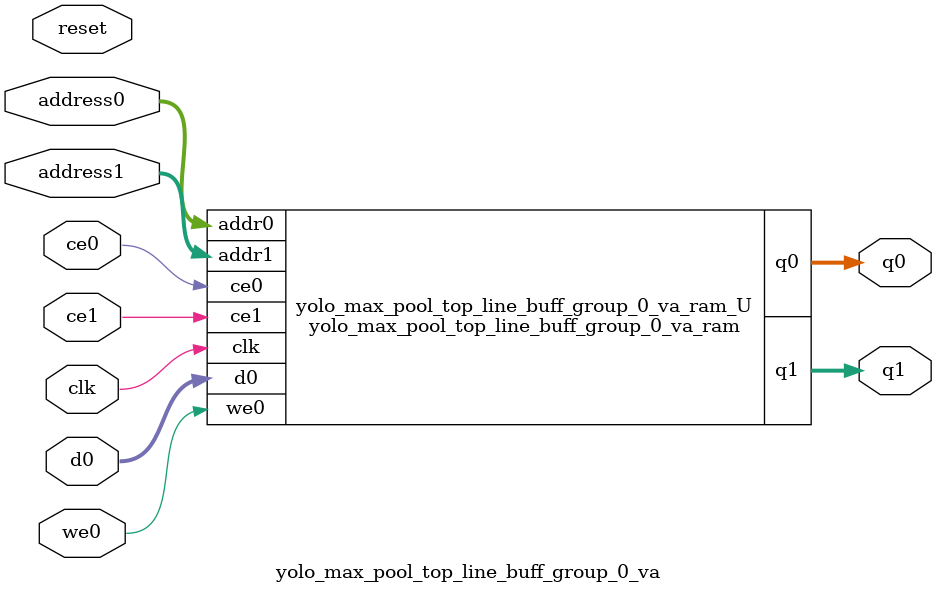
<source format=v>
`timescale 1 ns / 1 ps
module yolo_max_pool_top_line_buff_group_0_va_ram (addr0, ce0, d0, we0, q0, addr1, ce1, q1,  clk);

parameter DWIDTH = 16;
parameter AWIDTH = 11;
parameter MEM_SIZE = 1672;

input[AWIDTH-1:0] addr0;
input ce0;
input[DWIDTH-1:0] d0;
input we0;
output reg[DWIDTH-1:0] q0;
input[AWIDTH-1:0] addr1;
input ce1;
output reg[DWIDTH-1:0] q1;
input clk;

(* ram_style = "block" *)reg [DWIDTH-1:0] ram[0:MEM_SIZE-1];




always @(posedge clk)  
begin 
    if (ce0) 
    begin
        if (we0) 
        begin 
            ram[addr0] <= d0; 
        end 
        q0 <= ram[addr0];
    end
end


always @(posedge clk)  
begin 
    if (ce1) 
    begin
        q1 <= ram[addr1];
    end
end


endmodule

`timescale 1 ns / 1 ps
module yolo_max_pool_top_line_buff_group_0_va(
    reset,
    clk,
    address0,
    ce0,
    we0,
    d0,
    q0,
    address1,
    ce1,
    q1);

parameter DataWidth = 32'd16;
parameter AddressRange = 32'd1672;
parameter AddressWidth = 32'd11;
input reset;
input clk;
input[AddressWidth - 1:0] address0;
input ce0;
input we0;
input[DataWidth - 1:0] d0;
output[DataWidth - 1:0] q0;
input[AddressWidth - 1:0] address1;
input ce1;
output[DataWidth - 1:0] q1;



yolo_max_pool_top_line_buff_group_0_va_ram yolo_max_pool_top_line_buff_group_0_va_ram_U(
    .clk( clk ),
    .addr0( address0 ),
    .ce0( ce0 ),
    .we0( we0 ),
    .d0( d0 ),
    .q0( q0 ),
    .addr1( address1 ),
    .ce1( ce1 ),
    .q1( q1 ));

endmodule


</source>
